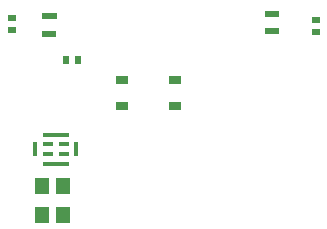
<source format=gtp>
G04 EAGLE Gerber RS-274X export*
G75*
%MOMM*%
%FSLAX34Y34*%
%LPD*%
%INSolderpaste Top*%
%IPPOS*%
%AMOC8*
5,1,8,0,0,1.08239X$1,22.5*%
G01*
G04 Define Apertures*
%ADD10R,0.950000X0.400000*%
%ADD11R,2.300000X0.350000*%
%ADD12R,0.350000X1.300000*%
%ADD13R,1.164600X1.465300*%
%ADD14R,1.000000X0.700000*%
%ADD15R,0.500000X1.250000*%
%ADD16R,1.250000X0.500000*%
%ADD17R,0.644000X0.535100*%
%ADD18R,0.535100X0.644000*%
D10*
X-24850Y395700D03*
X-38350Y395700D03*
X-38350Y386700D03*
X-24850Y386700D03*
D11*
X-31600Y403450D03*
X-31600Y378950D03*
D12*
X-14350Y391200D03*
X-48850Y391200D03*
D13*
X-43154Y335500D03*
X-25646Y335500D03*
X-43154Y359600D03*
X-25646Y359600D03*
D14*
X24200Y449300D03*
X24200Y427800D03*
X69200Y449300D03*
X69200Y427800D03*
D15*
G36*
X-43306Y501355D02*
X-43262Y506354D01*
X-30764Y506245D01*
X-30808Y501246D01*
X-43306Y501355D01*
G37*
G36*
X-43436Y486355D02*
X-43392Y491354D01*
X-30894Y491245D01*
X-30938Y486246D01*
X-43436Y486355D01*
G37*
D16*
X151400Y505800D03*
X151400Y490800D03*
D17*
X-68900Y492225D03*
X-68900Y502375D03*
X188600Y490225D03*
X188600Y500375D03*
D18*
X-23075Y467000D03*
X-12925Y467000D03*
M02*

</source>
